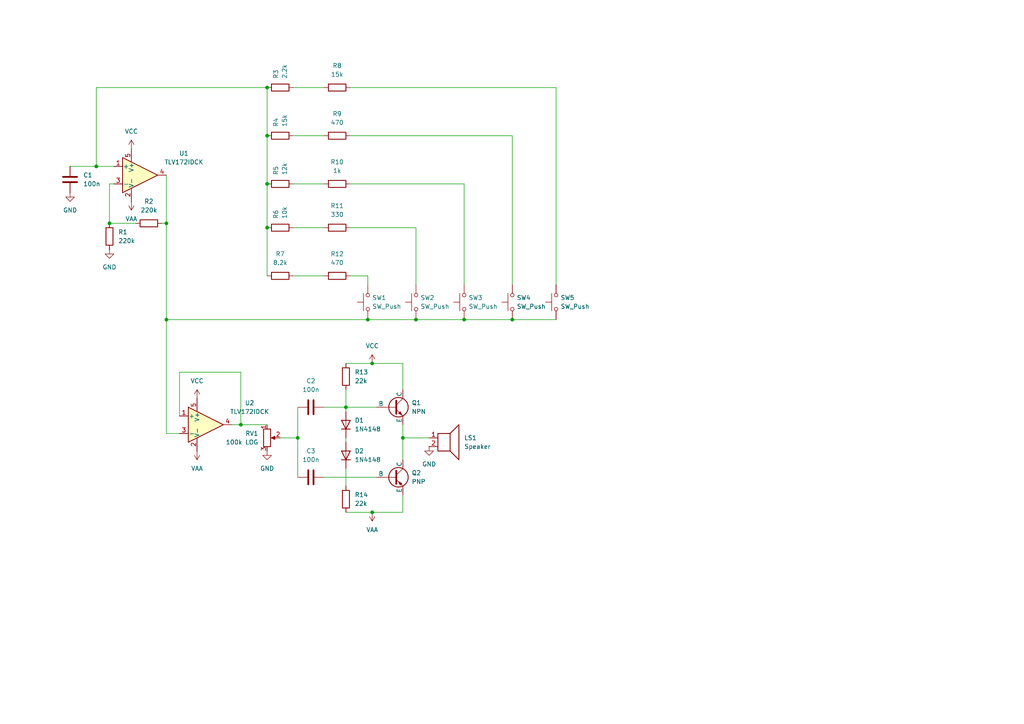
<source format=kicad_sch>
(kicad_sch (version 20231120) (generator "eeschema") (generator_version "8.0")
  (paper "A4")
  (lib_symbols
    (symbol "Amplifier_Operational:TLV172IDCK" (pin_names (offset 0.127))
      (property "Reference" "U" (at 7.62 2.54 0))
      (property "Value" "TLV172IDCK" (at 11.43 -2.54 0))
      (symbol "TLV172IDCK_0_1"
        (polyline (pts (xy -2.54 5.08) (xy -2.54 -5.08) (xy 7.62 0) (xy -2.54 5.08)) (stroke (width 0.254)) (fill (type background)))
      )
      (symbol "TLV172IDCK_1_1"
        (pin input line (at -5.08 2.54 0) (length 2.54) (name "+") (number "1"))
        (pin power_in line (at 0 -7.62 90) (length 3.81) (name "V-") (number "2"))
        (pin input line (at -5.08 -2.54 0) (length 2.54) (name "-") (number "3"))
        (pin output line (at 10.16 0 180) (length 2.54) (name "~") (number "4"))
        (pin power_in line (at 0 7.62 270) (length 3.81) (name "V+") (number "5"))
      )
    )
    (symbol "Device:C" (pin_numbers hide) (pin_names (offset 0.254))
      (property "Reference" "C" (at 0.635 2.54 0))
      (property "Value" "C" (at 0.635 -2.54 0))
      (symbol "C_0_1"
        (polyline (pts (xy -2.032 -0.762) (xy 2.032 -0.762)) (stroke (width 0.508)))
        (polyline (pts (xy -2.032 0.762) (xy 2.032 0.762)) (stroke (width 0.508)))
      )
      (symbol "C_1_1"
        (pin passive line (at 0 3.81 270) (length 2.794) (name "~") (number "1"))
        (pin passive line (at 0 -3.81 90) (length 2.794) (name "~") (number "2"))
      )
    )
    (symbol "Device:R" (pin_numbers hide) (pin_names (offset 0))
      (property "Reference" "R" (at 2.032 0 90))
      (property "Value" "R" (at 0 0 90))
      (symbol "R_0_1"
        (rectangle (start -1.016 -2.54) (end 1.016 2.54) (stroke (width 0.254)))
      )
      (symbol "R_1_1"
        (pin passive line (at 0 3.81 270) (length 1.27) (name "~") (number "1"))
        (pin passive line (at 0 -3.81 90) (length 1.27) (name "~") (number "2"))
      )
    )
    (symbol "Device:R_Potentiometer" (pin_names (offset 1.016) hide)
      (property "Reference" "RV" (at -4.445 0 90))
      (property "Value" "R_Potentiometer" (at -2.54 0 90))
      (symbol "R_Potentiometer_0_1"
        (polyline (pts (xy 2.54 0) (xy 1.524 0)))
        (polyline (pts (xy 1.143 0) (xy 2.286 0.508) (xy 2.286 -0.508) (xy 1.143 0)) (fill (type outline)))
        (rectangle (start 1.016 2.54) (end -1.016 -2.54) (stroke (width 0.254)))
      )
      (symbol "R_Potentiometer_1_1"
        (pin passive line (at 0 3.81 270) (length 1.27) (name "1") (number "1"))
        (pin passive line (at 3.81 0 180) (length 1.27) (name "2") (number "2"))
        (pin passive line (at 0 -3.81 90) (length 1.27) (name "3") (number "3"))
      )
    )
    (symbol "Device:Speaker" (pin_names (offset 0) hide)
      (property "Reference" "LS" (at 1.27 5.715 0))
      (property "Value" "Speaker" (at 1.27 3.81 0))
      (symbol "Speaker_0_0"
        (rectangle (start -2.54 1.27) (end 1.016 -3.81) (stroke (width 0.254)))
        (polyline (pts (xy 1.016 1.27) (xy 3.556 3.81) (xy 3.556 -6.35) (xy 1.016 -3.81)) (stroke (width 0.254)))
      )
      (symbol "Speaker_1_1"
        (pin input line (at -5.08 0 0) (length 2.54) (name "1") (number "1"))
        (pin input line (at -5.08 -2.54 0) (length 2.54) (name "2") (number "2"))
      )
    )
    (symbol "Diode:1N4148" (pin_numbers hide) (pin_names hide)
      (property "Reference" "D" (at 0 2.54 0))
      (property "Value" "1N4148" (at 0 -2.54 0))
      (symbol "1N4148_0_1"
        (polyline (pts (xy -1.27 1.27) (xy -1.27 -1.27)) (stroke (width 0.254)))
        (polyline (pts (xy 1.27 0) (xy -1.27 0)))
        (polyline (pts (xy 1.27 1.27) (xy 1.27 -1.27) (xy -1.27 0) (xy 1.27 1.27)) (stroke (width 0.254)))
      )
      (symbol "1N4148_1_1"
        (pin passive line (at -3.81 0 0) (length 2.54) (name "K") (number "1"))
        (pin passive line (at 3.81 0 180) (length 2.54) (name "A") (number "2"))
      )
    )
    (symbol "Simulation_SPICE:NPN" (pin_numbers hide) (pin_names (offset 0))
      (property "Reference" "Q" (at -2.54 7.62 0))
      (property "Value" "NPN" (at -2.54 5.08 0))
      (symbol "NPN_0_1"
        (polyline (pts (xy -2.54 0) (xy 0.635 0)) (stroke (width 0.1524)))
        (polyline (pts (xy 0.635 0.635) (xy 2.54 2.54)))
        (polyline (pts (xy 2.794 -1.27) (xy 2.794 -1.27)) (stroke (width 0.1524)))
        (polyline (pts (xy 2.794 -1.27) (xy 2.794 -1.27)) (stroke (width 0.1524)))
        (polyline (pts (xy 0.635 -0.635) (xy 2.54 -2.54) (xy 2.54 -2.54)))
        (polyline (pts (xy 0.635 1.905) (xy 0.635 -1.905) (xy 0.635 -1.905)) (stroke (width 0.508)))
        (polyline (pts (xy 1.27 -1.778) (xy 1.778 -1.27) (xy 2.286 -2.286) (xy 1.27 -1.778) (xy 1.27 -1.778)) (fill (type outline)))
        (circle (center 1.27 0) (radius 2.8194) (stroke (width 0.254)))
      )
      (symbol "NPN_1_1"
        (pin open_collector line (at 2.54 5.08 270) (length 2.54) (name "C") (number "1"))
        (pin input line (at -5.08 0 0) (length 2.54) (name "B") (number "2"))
        (pin open_emitter line (at 2.54 -5.08 90) (length 2.54) (name "E") (number "3"))
      )
    )
    (symbol "Simulation_SPICE:PNP" (pin_numbers hide) (pin_names (offset 0))
      (property "Reference" "Q" (at -2.54 7.62 0))
      (property "Value" "PNP" (at -2.54 5.08 0))
      (symbol "PNP_0_1"
        (polyline (pts (xy -2.54 0) (xy 0.635 0)) (stroke (width 0.1524)))
        (polyline (pts (xy 0.635 0.635) (xy 2.54 2.54)))
        (polyline (pts (xy 0.635 -0.635) (xy 2.54 -2.54) (xy 2.54 -2.54)))
        (polyline (pts (xy 0.635 1.905) (xy 0.635 -1.905) (xy 0.635 -1.905)) (stroke (width 0.508)))
        (polyline (pts (xy 2.286 -1.778) (xy 1.778 -2.286) (xy 1.27 -1.27) (xy 2.286 -1.778) (xy 2.286 -1.778)) (fill (type outline)))
        (circle (center 1.27 0) (radius 2.8194) (stroke (width 0.254)))
      )
      (symbol "PNP_1_1"
        (pin open_collector line (at 2.54 5.08 270) (length 2.54) (name "C") (number "1"))
        (pin input line (at -5.08 0 0) (length 2.54) (name "B") (number "2"))
        (pin open_emitter line (at 2.54 -5.08 90) (length 2.54) (name "E") (number "3"))
      )
    )
    (symbol "Switch:SW_Push" (pin_numbers hide) (pin_names (offset 1.016) hide)
      (property "Reference" "SW" (at 1.27 2.54 0))
      (property "Value" "SW_Push" (at 0 -1.524 0))
      (symbol "SW_Push_0_1"
        (circle (center -2.032 0) (radius 0.508))
        (polyline (pts (xy 0 1.27) (xy 0 3.048)))
        (polyline (pts (xy 2.54 1.27) (xy -2.54 1.27)))
        (circle (center 2.032 0) (radius 0.508))
        (pin passive line (at -5.08 0 0) (length 2.54) (name "1") (number "1"))
        (pin passive line (at 5.08 0 180) (length 2.54) (name "2") (number "2"))
      )
    )
    (symbol "power:GND" (power) (pin_numbers hide) (pin_names (offset 0) hide)
      (property "Value" "GND" (at 0 -3.81 0))
      (symbol "GND_0_1"
        (polyline (pts (xy 0 0) (xy 0 -1.27) (xy 1.27 -1.27) (xy 0 -2.54) (xy -1.27 -1.27) (xy 0 -1.27)))
      )
      (symbol "GND_1_1"
        (pin power_in line (at 0 0 270) (length 0) (name "~") (number "1"))
      )
    )
    (symbol "power:VAA" (power) (pin_numbers hide) (pin_names (offset 0) hide)
      (property "Value" "VAA" (at 0 3.556 0))
      (symbol "VAA_0_1"
        (polyline (pts (xy -0.762 1.27) (xy 0 2.54)))
        (polyline (pts (xy 0 0) (xy 0 2.54)))
        (polyline (pts (xy 0 2.54) (xy 0.762 1.27)))
      )
      (symbol "VAA_1_1"
        (pin power_in line (at 0 0 90) (length 0) (name "~") (number "1"))
      )
    )
    (symbol "power:VCC" (power) (pin_numbers hide) (pin_names (offset 0) hide)
      (property "Value" "VCC" (at 0 3.556 0))
      (symbol "VCC_0_1"
        (polyline (pts (xy -0.762 1.27) (xy 0 2.54)))
        (polyline (pts (xy 0 0) (xy 0 2.54)))
        (polyline (pts (xy 0 2.54) (xy 0.762 1.27)))
      )
      (symbol "VCC_1_1"
        (pin power_in line (at 0 0 90) (length 0) (name "~") (number "1"))
      )
    )
  )
  (junction (at 107.95 148.59))
  (junction (at 27.94 48.26))
  (junction (at 134.62 92.71))
  (junction (at 31.75 64.77))
  (junction (at 69.85 123.19))
  (junction (at 48.26 92.71))
  (junction (at 107.95 105.41))
  (junction (at 106.68 92.71))
  (junction (at 48.26 64.77))
  (junction (at 77.47 25.4))
  (junction (at 86.36 127))
  (junction (at 77.47 39.37))
  (junction (at 77.47 66.04))
  (junction (at 120.65 92.71))
  (junction (at 77.47 53.34))
  (junction (at 148.59 92.71))
  (junction (at 116.84 127))
  (junction (at 100.33 118.11))
  (wire (pts (xy 46.99 64.77) (xy 48.26 64.77)))
  (wire (pts (xy 27.94 25.4) (xy 27.94 48.26)))
  (wire (pts (xy 48.26 125.73) (xy 52.07 125.73)))
  (wire (pts (xy 148.59 82.55) (xy 148.59 39.37)))
  (wire (pts (xy 86.36 138.43) (xy 86.36 127)))
  (wire (pts (xy 101.6 53.34) (xy 134.62 53.34)))
  (wire (pts (xy 20.32 48.26) (xy 27.94 48.26)))
  (wire (pts (xy 48.26 92.71) (xy 48.26 125.73)))
  (wire (pts (xy 116.84 143.51) (xy 116.84 148.59)))
  (wire (pts (xy 85.09 25.4) (xy 93.98 25.4)))
  (wire (pts (xy 86.36 118.11) (xy 86.36 127)))
  (wire (pts (xy 120.65 92.71) (xy 134.62 92.71)))
  (wire (pts (xy 107.95 105.41) (xy 100.33 105.41)))
  (wire (pts (xy 100.33 113.03) (xy 100.33 118.11)))
  (wire (pts (xy 77.47 53.34) (xy 77.47 66.04)))
  (wire (pts (xy 77.47 66.04) (xy 77.47 80.01)))
  (wire (pts (xy 100.33 127) (xy 100.33 128.27)))
  (wire (pts (xy 77.47 25.4) (xy 77.47 39.37)))
  (wire (pts (xy 134.62 53.34) (xy 134.62 82.55)))
  (wire (pts (xy 116.84 148.59) (xy 107.95 148.59)))
  (wire (pts (xy 148.59 39.37) (xy 101.6 39.37)))
  (wire (pts (xy 69.85 107.95) (xy 52.07 107.95)))
  (wire (pts (xy 93.98 118.11) (xy 100.33 118.11)))
  (wire (pts (xy 85.09 53.34) (xy 93.98 53.34)))
  (wire (pts (xy 48.26 64.77) (xy 48.26 92.71)))
  (wire (pts (xy 148.59 92.71) (xy 161.29 92.71)))
  (wire (pts (xy 120.65 66.04) (xy 120.65 82.55)))
  (wire (pts (xy 69.85 123.19) (xy 69.85 107.95)))
  (wire (pts (xy 101.6 25.4) (xy 161.29 25.4)))
  (wire (pts (xy 86.36 127) (xy 81.28 127)))
  (wire (pts (xy 107.95 148.59) (xy 100.33 148.59)))
  (wire (pts (xy 134.62 92.71) (xy 148.59 92.71)))
  (wire (pts (xy 67.31 123.19) (xy 69.85 123.19)))
  (wire (pts (xy 100.33 118.11) (xy 109.22 118.11)))
  (wire (pts (xy 69.85 123.19) (xy 77.47 123.19)))
  (wire (pts (xy 100.33 118.11) (xy 100.33 119.38)))
  (wire (pts (xy 116.84 127) (xy 116.84 133.35)))
  (wire (pts (xy 48.26 50.8) (xy 48.26 64.77)))
  (wire (pts (xy 101.6 80.01) (xy 106.68 80.01)))
  (wire (pts (xy 116.84 123.19) (xy 116.84 127)))
  (wire (pts (xy 52.07 107.95) (xy 52.07 120.65)))
  (wire (pts (xy 93.98 138.43) (xy 109.22 138.43)))
  (wire (pts (xy 31.75 53.34) (xy 31.75 64.77)))
  (wire (pts (xy 33.02 53.34) (xy 31.75 53.34)))
  (wire (pts (xy 31.75 64.77) (xy 39.37 64.77)))
  (wire (pts (xy 77.47 39.37) (xy 77.47 53.34)))
  (wire (pts (xy 106.68 92.71) (xy 48.26 92.71)))
  (wire (pts (xy 77.47 25.4) (xy 27.94 25.4)))
  (wire (pts (xy 116.84 127) (xy 124.46 127)))
  (wire (pts (xy 106.68 82.55) (xy 106.68 80.01)))
  (wire (pts (xy 101.6 66.04) (xy 120.65 66.04)))
  (wire (pts (xy 100.33 135.89) (xy 100.33 140.97)))
  (wire (pts (xy 106.68 92.71) (xy 120.65 92.71)))
  (wire (pts (xy 85.09 66.04) (xy 93.98 66.04)))
  (wire (pts (xy 161.29 25.4) (xy 161.29 82.55)))
  (wire (pts (xy 116.84 113.03) (xy 116.84 105.41)))
  (wire (pts (xy 27.94 48.26) (xy 33.02 48.26)))
  (wire (pts (xy 116.84 105.41) (xy 107.95 105.41)))
  (wire (pts (xy 85.09 80.01) (xy 93.98 80.01)))
  (wire (pts (xy 85.09 39.37) (xy 93.98 39.37)))
  (symbol (lib_id "Switch:SW_Push") (at 134.62 87.63 90) (unit 1)
    (property "Reference" "SW3" (at 135.89 86.3599 90) (effects (justify right)))
    (property "Value" "SW_Push" (at 135.89 88.8999 90) (effects (justify right)))
    (property "Description" "Push button switch, generic, two pins" (effects (hide yes)))
  )
  (symbol (lib_id "power:GND") (at 124.46 129.54 0) (unit 1)
    (property "Reference" "#PWR010" (effects (hide yes)))
    (property "Value" "GND" (at 124.46 134.62 0))
    (property "Description" "Power symbol creates a global label with name \"GND\" , ground" (effects (hide yes)))
  )
  (symbol (lib_id "Device:C") (at 90.17 138.43 90) (unit 1)
    (property "Reference" "C3" (at 90.17 130.81 90))
    (property "Value" "100n" (at 90.17 133.35 90))
    (property "Description" "Unpolarized capacitor" (effects (hide yes)))
  )
  (symbol (lib_id "Device:R") (at 31.75 68.58 0) (unit 1)
    (property "Reference" "R1" (at 34.29 67.3099 0) (effects (justify left)))
    (property "Value" "220k" (at 34.29 69.8499 0) (effects (justify left)))
    (property "Description" "Resistor" (effects (hide yes)))
  )
  (symbol (lib_id "power:GND") (at 31.75 72.39 0) (unit 1)
    (property "Reference" "#PWR02" (effects (hide yes)))
    (property "Value" "GND" (at 31.75 77.47 0))
    (property "Description" "Power symbol creates a global label with name \"GND\" , ground" (effects (hide yes)))
  )
  (symbol (lib_id "power:VCC") (at 38.1 43.18 0) (unit 1)
    (property "Reference" "#PWR03" (effects (hide yes)))
    (property "Value" "VCC" (at 38.1 38.1 0))
    (property "Description" "Power symbol creates a global label with name \"VCC\"" (effects (hide yes)))
  )
  (symbol (lib_id "Diode:1N4148") (at 100.33 132.08 90) (unit 1)
    (property "Reference" "D2" (at 102.87 130.8099 90) (effects (justify right)))
    (property "Value" "1N4148" (at 102.87 133.3499 90) (effects (justify right)))
    (property "Footprint" "Diode_THT:D_DO-35_SOD27_P7.62mm_Horizontal" (effects (hide yes)))
    (property "Datasheet" "https://assets.nexperia.com/documents/data-sheet/1N4148_1N4448.pdf" (effects (hide yes)))
    (property "Description" "100V 0.15A standard switching diode, DO-35" (effects (hide yes)))
    (property "Sim.Device" "D" (effects (hide yes)))
    (property "Sim.Pins" "1=K 2=A" (effects (hide yes)))
  )
  (symbol (lib_id "Device:R") (at 43.18 64.77 90) (unit 1)
    (property "Reference" "R2" (at 43.18 58.42 90))
    (property "Value" "220k" (at 43.18 60.96 90))
    (property "Description" "Resistor" (effects (hide yes)))
  )
  (symbol (lib_id "Device:R") (at 81.28 25.4 90) (unit 1)
    (property "Reference" "R3" (at 80.0099 22.86 0) (effects (justify left)))
    (property "Value" "2.2k" (at 82.5499 22.86 0) (effects (justify left)))
    (property "Description" "Resistor" (effects (hide yes)))
  )
  (symbol (lib_id "Amplifier_Operational:TLV172IDCK") (at 38.1 50.8 0) (unit 1)
    (property "Reference" "U1" (at 53.34 44.4814 0))
    (property "Value" "TLV172IDCK" (at 53.34 47.0214 0))
    (property "Footprint" "Package_TO_SOT_SMD:SOT-353_SC-70-5" (effects (hide yes)))
    (property "Datasheet" "http://www.ti.com/lit/ds/symlink/tlv172.pdf" (effects (hide yes)))
    (property "Description" "Low-power Operational Amplifier, SOT-353" (effects (hide yes)))
  )
  (symbol (lib_id "Device:R") (at 97.79 39.37 270) (unit 1)
    (property "Reference" "R9" (at 97.79 33.02 90))
    (property "Value" "470" (at 97.79 35.56 90))
    (property "Description" "Resistor" (effects (hide yes)))
  )
  (symbol (lib_id "Device:R") (at 81.28 53.34 90) (unit 1)
    (property "Reference" "R5" (at 80.0099 50.8 0) (effects (justify left)))
    (property "Value" "12k" (at 82.5499 50.8 0) (effects (justify left)))
    (property "Description" "Resistor" (effects (hide yes)))
  )
  (symbol (lib_id "power:VAA") (at 38.1 58.42 180) (unit 1)
    (property "Reference" "#PWR04" (effects (hide yes)))
    (property "Value" "VAA" (at 38.1 63.5 0))
    (property "Description" "Power symbol creates a global label with name \"VAA\"" (effects (hide yes)))
  )
  (symbol (lib_id "Device:R") (at 81.28 80.01 90) (unit 1)
    (property "Reference" "R7" (at 81.28 73.66 90))
    (property "Value" "8.2k" (at 81.28 76.2 90))
    (property "Description" "Resistor" (effects (hide yes)))
  )
  (symbol (lib_id "Device:R") (at 97.79 66.04 90) (unit 1)
    (property "Reference" "R11" (at 97.79 59.69 90))
    (property "Value" "330" (at 97.79 62.23 90))
    (property "Description" "Resistor" (effects (hide yes)))
  )
  (symbol (lib_id "power:GND") (at 20.32 55.88 0) (unit 1)
    (property "Reference" "#PWR01" (effects (hide yes)))
    (property "Value" "GND" (at 20.32 60.96 0))
    (property "Description" "Power symbol creates a global label with name \"GND\" , ground" (effects (hide yes)))
  )
  (symbol (lib_id "Device:Speaker") (at 129.54 127 0) (unit 1)
    (property "Reference" "LS1" (at 134.62 126.9999 0) (effects (justify left)))
    (property "Value" "Speaker" (at 134.62 129.5399 0) (effects (justify left)))
    (property "Description" "Speaker" (effects (hide yes)))
  )
  (symbol (lib_id "Device:C") (at 20.32 52.07 180) (unit 1)
    (property "Reference" "C1" (at 24.13 50.7999 0) (effects (justify right)))
    (property "Value" "100n" (at 24.13 53.3399 0) (effects (justify right)))
    (property "Description" "Unpolarized capacitor" (effects (hide yes)))
  )
  (symbol (lib_id "Switch:SW_Push") (at 161.29 87.63 90) (unit 1)
    (property "Reference" "SW5" (at 162.56 86.3599 90) (effects (justify right)))
    (property "Value" "SW_Push" (at 162.56 88.8999 90) (effects (justify right)))
    (property "Description" "Push button switch, generic, two pins" (effects (hide yes)))
  )
  (symbol (lib_id "Device:R") (at 81.28 39.37 90) (unit 1)
    (property "Reference" "R4" (at 80.0099 36.83 0) (effects (justify left)))
    (property "Value" "15k" (at 82.5499 36.83 0) (effects (justify left)))
    (property "Description" "Resistor" (effects (hide yes)))
  )
  (symbol (lib_id "power:VCC") (at 57.15 115.57 0) (unit 1)
    (property "Reference" "#PWR05" (effects (hide yes)))
    (property "Value" "VCC" (at 57.15 110.49 0))
    (property "Description" "Power symbol creates a global label with name \"VCC\"" (effects (hide yes)))
  )
  (symbol (lib_id "Diode:1N4148") (at 100.33 123.19 90) (unit 1)
    (property "Reference" "D1" (at 102.87 121.9199 90) (effects (justify right)))
    (property "Value" "1N4148" (at 102.87 124.4599 90) (effects (justify right)))
    (property "Footprint" "Diode_THT:D_DO-35_SOD27_P7.62mm_Horizontal" (effects (hide yes)))
    (property "Datasheet" "https://assets.nexperia.com/documents/data-sheet/1N4148_1N4448.pdf" (effects (hide yes)))
    (property "Description" "100V 0.15A standard switching diode, DO-35" (effects (hide yes)))
    (property "Sim.Device" "D" (effects (hide yes)))
    (property "Sim.Pins" "1=K 2=A" (effects (hide yes)))
  )
  (symbol (lib_id "power:GND") (at 77.47 130.81 0) (unit 1)
    (property "Reference" "#PWR07" (effects (hide yes)))
    (property "Value" "GND" (at 77.47 135.89 0))
    (property "Description" "Power symbol creates a global label with name \"GND\" , ground" (effects (hide yes)))
  )
  (symbol (lib_id "Simulation_SPICE:NPN") (at 114.3 118.11 0) (unit 1)
    (property "Reference" "Q1" (at 119.38 116.8399 0) (effects (justify left)))
    (property "Value" "NPN" (at 119.38 119.3799 0) (effects (justify left)))
    (property "Datasheet" "https://ngspice.sourceforge.io/docs/ngspice-html-manual/manual.xhtml#cha_BJTs" (effects (hide yes)))
    (property "Description" "Bipolar transistor symbol for simulation only, substrate tied to the emitter" (effects (hide yes)))
    (property "Sim.Device" "NPN" (effects (hide yes)))
    (property "Sim.Type" "GUMMELPOON" (effects (hide yes)))
    (property "Sim.Pins" "1=C 2=B 3=E" (effects (hide yes)))
  )
  (symbol (lib_id "Switch:SW_Push") (at 106.68 87.63 90) (unit 1)
    (property "Reference" "SW1" (at 107.95 86.3599 90) (effects (justify right)))
    (property "Value" "SW_Push" (at 107.95 88.8999 90) (effects (justify right)))
    (property "Description" "Push button switch, generic, two pins" (effects (hide yes)))
  )
  (symbol (lib_id "Amplifier_Operational:TLV172IDCK") (at 57.15 123.19 0) (unit 1)
    (property "Reference" "U2" (at 72.39 116.8714 0))
    (property "Value" "TLV172IDCK" (at 72.39 119.4114 0))
    (property "Footprint" "Package_TO_SOT_SMD:SOT-353_SC-70-5" (effects (hide yes)))
    (property "Datasheet" "http://www.ti.com/lit/ds/symlink/tlv172.pdf" (effects (hide yes)))
    (property "Description" "Low-power Operational Amplifier, SOT-353" (effects (hide yes)))
  )
  (symbol (lib_id "Device:R") (at 97.79 25.4 90) (unit 1)
    (property "Reference" "R8" (at 97.79 19.05 90))
    (property "Value" "15k" (at 97.79 21.59 90))
    (property "Description" "Resistor" (effects (hide yes)))
  )
  (symbol (lib_id "Device:C") (at 90.17 118.11 90) (unit 1)
    (property "Reference" "C2" (at 90.17 110.49 90))
    (property "Value" "100n" (at 90.17 113.03 90))
    (property "Description" "Unpolarized capacitor" (effects (hide yes)))
  )
  (symbol (lib_id "power:VAA") (at 107.95 148.59 180) (unit 1)
    (property "Reference" "#PWR09" (effects (hide yes)))
    (property "Value" "VAA" (at 107.95 153.67 0))
    (property "Description" "Power symbol creates a global label with name \"VAA\"" (effects (hide yes)))
  )
  (symbol (lib_id "Device:R") (at 100.33 109.22 180) (unit 1)
    (property "Reference" "R13" (at 102.87 107.9499 0) (effects (justify right)))
    (property "Value" "22k" (at 102.87 110.4899 0) (effects (justify right)))
    (property "Description" "Resistor" (effects (hide yes)))
  )
  (symbol (lib_id "Device:R") (at 81.28 66.04 90) (unit 1)
    (property "Reference" "R6" (at 80.0099 63.5 0) (effects (justify left)))
    (property "Value" "10k" (at 82.5499 63.5 0) (effects (justify left)))
    (property "Description" "Resistor" (effects (hide yes)))
  )
  (symbol (lib_id "power:VAA") (at 57.15 130.81 180) (unit 1)
    (property "Reference" "#PWR06" (effects (hide yes)))
    (property "Value" "VAA" (at 57.15 135.89 0))
    (property "Description" "Power symbol creates a global label with name \"VAA\"" (effects (hide yes)))
  )
  (symbol (lib_id "Switch:SW_Push") (at 148.59 87.63 90) (unit 1)
    (property "Reference" "SW4" (at 149.86 86.3599 90) (effects (justify right)))
    (property "Value" "SW_Push" (at 149.86 88.8999 90) (effects (justify right)))
    (property "Description" "Push button switch, generic, two pins" (effects (hide yes)))
  )
  (symbol (lib_id "Device:R") (at 97.79 80.01 90) (unit 1)
    (property "Reference" "R12" (at 97.79 73.66 90))
    (property "Value" "470" (at 97.79 76.2 90))
    (property "Description" "Resistor" (effects (hide yes)))
  )
  (symbol (lib_id "Device:R") (at 100.33 144.78 180) (unit 1)
    (property "Reference" "R14" (at 102.87 143.5099 0) (effects (justify right)))
    (property "Value" "22k" (at 102.87 146.0499 0) (effects (justify right)))
    (property "Description" "Resistor" (effects (hide yes)))
  )
  (symbol (lib_id "power:VCC") (at 107.95 105.41 0) (unit 1)
    (property "Reference" "#PWR08" (effects (hide yes)))
    (property "Value" "VCC" (at 107.95 100.33 0))
    (property "Description" "Power symbol creates a global label with name \"VCC\"" (effects (hide yes)))
  )
  (symbol (lib_id "Device:R") (at 97.79 53.34 270) (unit 1)
    (property "Reference" "R10" (at 97.79 46.99 90))
    (property "Value" "1k" (at 97.79 49.53 90))
    (property "Description" "Resistor" (effects (hide yes)))
  )
  (symbol (lib_id "Simulation_SPICE:PNP") (at 114.3 138.43 0) (unit 1)
    (property "Reference" "Q2" (at 119.38 137.1599 0) (effects (justify left)))
    (property "Value" "PNP" (at 119.38 139.6999 0) (effects (justify left)))
    (property "Datasheet" "https://ngspice.sourceforge.io/docs/ngspice-html-manual/manual.xhtml#cha_BJTs" (effects (hide yes)))
    (property "Description" "Bipolar transistor symbol for simulation only, substrate tied to the emitter" (effects (hide yes)))
    (property "Sim.Device" "PNP" (effects (hide yes)))
    (property "Sim.Type" "GUMMELPOON" (effects (hide yes)))
    (property "Sim.Pins" "1=C 2=B 3=E" (effects (hide yes)))
  )
  (symbol (lib_id "Device:R_Potentiometer") (at 77.47 127 0) (unit 1)
    (property "Reference" "RV1" (at 74.93 125.7299 0) (effects (justify right)))
    (property "Value" "100k LOG" (at 74.93 128.2699 0) (effects (justify right)))
    (property "Description" "Potentiometer" (effects (hide yes)))
  )
  (symbol (lib_id "Switch:SW_Push") (at 120.65 87.63 90) (unit 1)
    (property "Reference" "SW2" (at 121.92 86.3599 90) (effects (justify right)))
    (property "Value" "SW_Push" (at 121.92 88.8999 90) (effects (justify right)))
    (property "Description" "Push button switch, generic, two pins" (effects (hide yes)))
  )
)
</source>
